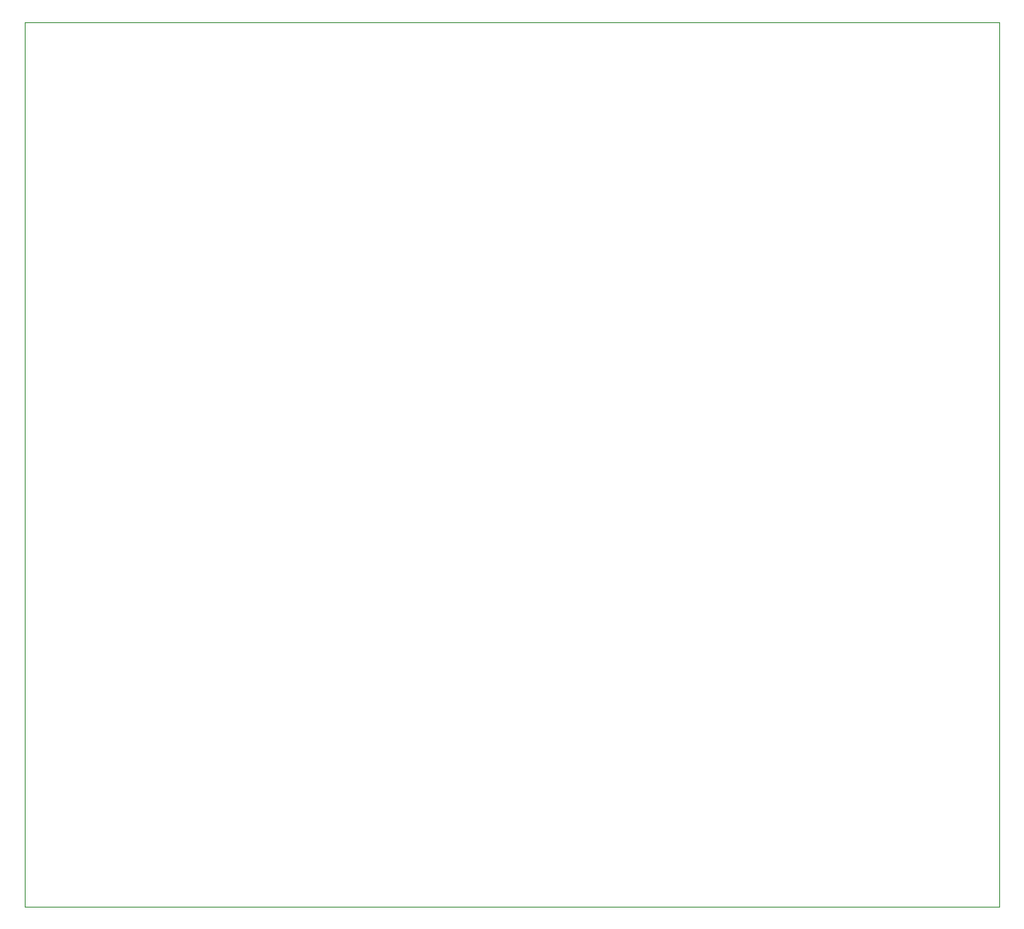
<source format=gbr>
%TF.GenerationSoftware,KiCad,Pcbnew,5.1.9-73d0e3b20d~88~ubuntu20.04.1*%
%TF.CreationDate,2021-03-11T22:23:18-06:00*%
%TF.ProjectId,pfc,7066632e-6b69-4636-9164-5f7063625858,rev?*%
%TF.SameCoordinates,Original*%
%TF.FileFunction,Profile,NP*%
%FSLAX46Y46*%
G04 Gerber Fmt 4.6, Leading zero omitted, Abs format (unit mm)*
G04 Created by KiCad (PCBNEW 5.1.9-73d0e3b20d~88~ubuntu20.04.1) date 2021-03-11 22:23:18*
%MOMM*%
%LPD*%
G01*
G04 APERTURE LIST*
%TA.AperFunction,Profile*%
%ADD10C,0.050000*%
%TD*%
G04 APERTURE END LIST*
D10*
X100000000Y-140750000D02*
X100000000Y-50000000D01*
X200000000Y-140750000D02*
X100000000Y-140750000D01*
X200000000Y-50000000D02*
X200000000Y-140750000D01*
X100000000Y-50000000D02*
X200000000Y-50000000D01*
M02*

</source>
